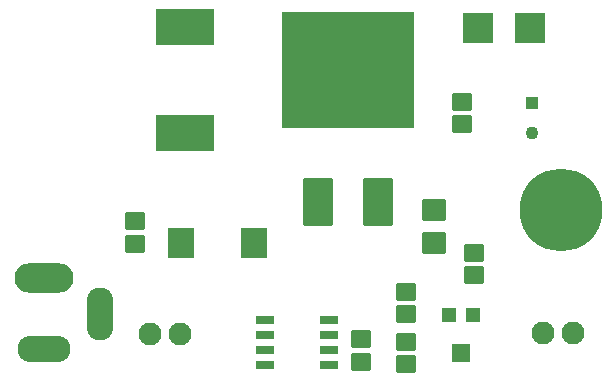
<source format=gbr>
%TF.GenerationSoftware,KiCad,Pcbnew,7.0.5-0*%
%TF.CreationDate,2023-07-07T08:59:55-04:00*%
%TF.ProjectId,PierogiNixiePSU,50696572-6f67-4694-9e69-786965505355,rev?*%
%TF.SameCoordinates,Original*%
%TF.FileFunction,Soldermask,Top*%
%TF.FilePolarity,Negative*%
%FSLAX46Y46*%
G04 Gerber Fmt 4.6, Leading zero omitted, Abs format (unit mm)*
G04 Created by KiCad (PCBNEW 7.0.5-0) date 2023-07-07 08:59:55*
%MOMM*%
%LPD*%
G01*
G04 APERTURE LIST*
G04 Aperture macros list*
%AMRoundRect*
0 Rectangle with rounded corners*
0 $1 Rounding radius*
0 $2 $3 $4 $5 $6 $7 $8 $9 X,Y pos of 4 corners*
0 Add a 4 corners polygon primitive as box body*
4,1,4,$2,$3,$4,$5,$6,$7,$8,$9,$2,$3,0*
0 Add four circle primitives for the rounded corners*
1,1,$1+$1,$2,$3*
1,1,$1+$1,$4,$5*
1,1,$1+$1,$6,$7*
1,1,$1+$1,$8,$9*
0 Add four rect primitives between the rounded corners*
20,1,$1+$1,$2,$3,$4,$5,0*
20,1,$1+$1,$4,$5,$6,$7,0*
20,1,$1+$1,$6,$7,$8,$9,0*
20,1,$1+$1,$8,$9,$2,$3,0*%
G04 Aperture macros list end*
%ADD10RoundRect,0.101600X-0.901500X0.800000X-0.901500X-0.800000X0.901500X-0.800000X0.901500X0.800000X0*%
%ADD11RoundRect,0.101600X-0.750000X0.650000X-0.750000X-0.650000X0.750000X-0.650000X0.750000X0.650000X0*%
%ADD12C,1.950000*%
%ADD13RoundRect,0.101600X-1.160000X-1.905000X1.160000X-1.905000X1.160000X1.905000X-1.160000X1.905000X0*%
%ADD14RoundRect,0.101600X-5.500000X-4.825000X5.500000X-4.825000X5.500000X4.825000X-5.500000X4.825000X0*%
%ADD15C,0.800000*%
%ADD16C,7.000000*%
%ADD17RoundRect,0.101600X0.750000X-0.650000X0.750000X0.650000X-0.750000X0.650000X-0.750000X-0.650000X0*%
%ADD18R,4.900000X3.050000*%
%ADD19R,1.550000X0.700000*%
%ADD20R,2.300000X2.500000*%
%ADD21R,1.100000X1.100000*%
%ADD22C,1.100000*%
%ADD23RoundRect,0.101600X1.200000X1.200000X-1.200000X1.200000X-1.200000X-1.200000X1.200000X-1.200000X0*%
%ADD24O,5.000000X2.500000*%
%ADD25O,4.500000X2.250000*%
%ADD26O,2.250000X4.500000*%
%ADD27R,1.200000X1.200000*%
%ADD28R,1.600000X1.500000*%
G04 APERTURE END LIST*
D10*
%TO.C,R2*%
X154500000Y-106478000D03*
X154500000Y-109322000D03*
%TD*%
D11*
%TO.C,C5*%
X156900000Y-97350000D03*
X156900000Y-99250000D03*
%TD*%
D12*
%TO.C,J1*%
X130430000Y-117000000D03*
X132970000Y-117000000D03*
%TD*%
D13*
%TO.C,Q2*%
X144720000Y-105845000D03*
D14*
X147260000Y-94675000D03*
D13*
X149800000Y-105845000D03*
%TD*%
D15*
%TO.C,H1*%
X162600000Y-106500000D03*
X163368845Y-104643845D03*
X163368845Y-108356155D03*
X165225000Y-103875000D03*
D16*
X165225000Y-106500000D03*
D15*
X165225000Y-109125000D03*
X167081155Y-104643845D03*
X167081155Y-108356155D03*
X167850000Y-106500000D03*
%TD*%
D17*
%TO.C,C3*%
X148300000Y-119350000D03*
X148300000Y-117450000D03*
%TD*%
D18*
%TO.C,L1*%
X133400000Y-100000000D03*
X133400000Y-91000000D03*
%TD*%
D17*
%TO.C,C2*%
X129200000Y-109350000D03*
X129200000Y-107450000D03*
%TD*%
D19*
%TO.C,U1*%
X140175000Y-115795000D03*
X140175000Y-117065000D03*
X140175000Y-118335000D03*
X140175000Y-119605000D03*
X145625000Y-119605000D03*
X145625000Y-118335000D03*
X145625000Y-117065000D03*
X145625000Y-115795000D03*
%TD*%
D20*
%TO.C,C1*%
X133100000Y-109300000D03*
X139300000Y-109300000D03*
%TD*%
D21*
%TO.C,C4*%
X162800000Y-97450000D03*
D22*
X162800000Y-99950000D03*
%TD*%
D12*
%TO.C,J2*%
X163730000Y-116900000D03*
X166270000Y-116900000D03*
%TD*%
D17*
%TO.C,R1*%
X157900000Y-112050000D03*
X157900000Y-110150000D03*
%TD*%
D23*
%TO.C,D1*%
X158200000Y-91100000D03*
X162600000Y-91100000D03*
%TD*%
D11*
%TO.C,R4*%
X152100000Y-117650000D03*
X152100000Y-119550000D03*
%TD*%
%TO.C,R3*%
X152100000Y-113450000D03*
X152100000Y-115350000D03*
%TD*%
D24*
%TO.C,J3*%
X121500000Y-112300000D03*
D25*
X121500000Y-118300000D03*
D26*
X126200000Y-115300000D03*
%TD*%
D27*
%TO.C,VR1*%
X157800000Y-115400000D03*
D28*
X156800000Y-118650000D03*
D27*
X155800000Y-115400000D03*
%TD*%
M02*

</source>
